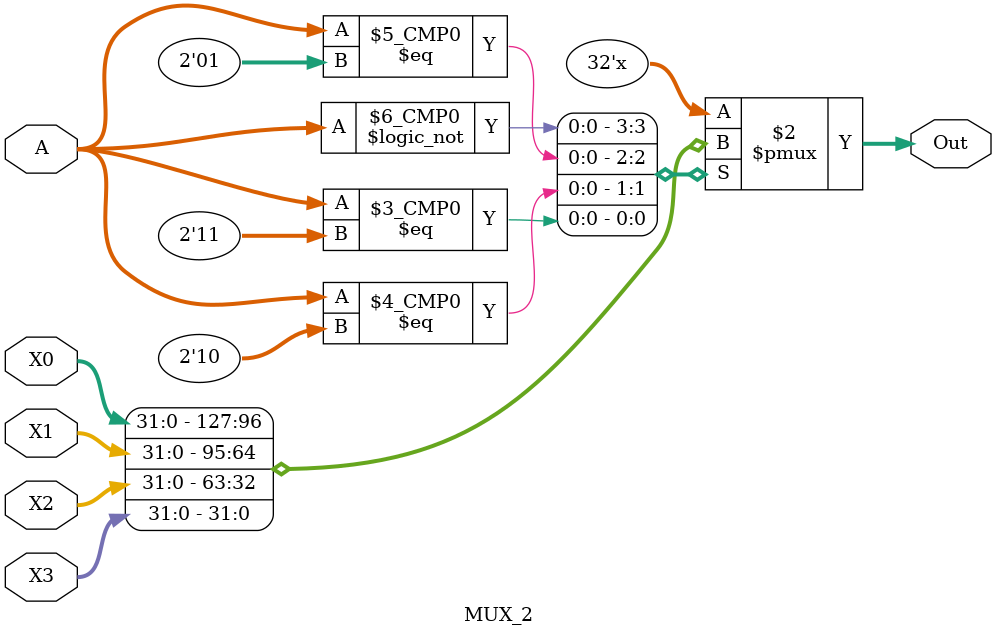
<source format=v>
module MUX_2(A,X0,X1,X2,X3,Out);
input [1:0] A;
input [31:0] X3,X2,X1,X0;
output [31:0] Out;
reg [31:0] Out;
always@(A,X3,X2,X1,X0)

begin
 case(A)
 2'b00:
 Out <= X0;
 2'b01:
 Out <= X1;
 2'b10:
 Out <= X2;
 2'b11:
 Out <= X3;
 endcase
end
endmodule

</source>
